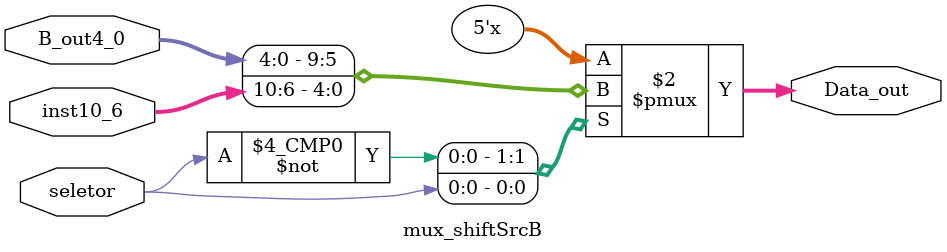
<source format=v>
module mux_shiftSrcB(
    input wire seletor,
    input wire [31:0] B_out4_0, 
    input wire [15:0] inst10_6, // vem do immediate
    output reg [4:0] Data_out
);

always@(*)begin
    case (seletor)
		2'd0:Data_out = B_out4_0[4:0];
		2'd1:Data_out = inst10_6[10:6];
	endcase
end
endmodule
</source>
